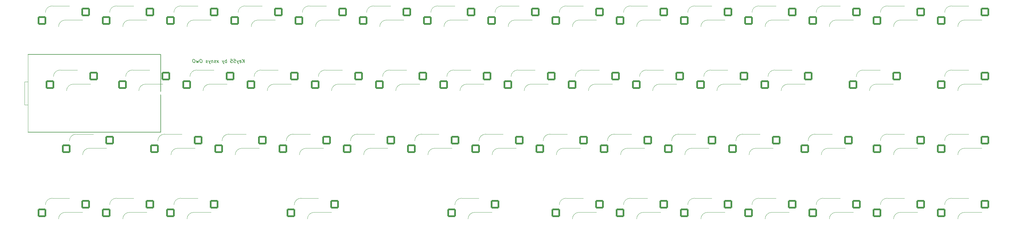
<source format=gbo>
%TF.GenerationSoftware,KiCad,Pcbnew,(6.0.10)*%
%TF.CreationDate,2023-01-15T11:01:46+05:00*%
%TF.ProjectId,key55,6b657935-352e-46b6-9963-61645f706362,rev?*%
%TF.SameCoordinates,Original*%
%TF.FileFunction,Legend,Bot*%
%TF.FilePolarity,Positive*%
%FSLAX46Y46*%
G04 Gerber Fmt 4.6, Leading zero omitted, Abs format (unit mm)*
G04 Created by KiCad (PCBNEW (6.0.10)) date 2023-01-15 11:01:46*
%MOMM*%
%LPD*%
G01*
G04 APERTURE LIST*
G04 Aperture macros list*
%AMRoundRect*
0 Rectangle with rounded corners*
0 $1 Rounding radius*
0 $2 $3 $4 $5 $6 $7 $8 $9 X,Y pos of 4 corners*
0 Add a 4 corners polygon primitive as box body*
4,1,4,$2,$3,$4,$5,$6,$7,$8,$9,$2,$3,0*
0 Add four circle primitives for the rounded corners*
1,1,$1+$1,$2,$3*
1,1,$1+$1,$4,$5*
1,1,$1+$1,$6,$7*
1,1,$1+$1,$8,$9*
0 Add four rect primitives between the rounded corners*
20,1,$1+$1,$2,$3,$4,$5,0*
20,1,$1+$1,$4,$5,$6,$7,0*
20,1,$1+$1,$6,$7,$8,$9,0*
20,1,$1+$1,$8,$9,$2,$3,0*%
G04 Aperture macros list end*
%ADD10C,0.150000*%
%ADD11C,0.120000*%
%ADD12C,1.778000*%
%ADD13R,1.778000X1.778000*%
%ADD14R,1.600000X1.600000*%
%ADD15C,1.600000*%
%ADD16C,1.750000*%
%ADD17C,4.000000*%
%ADD18C,3.050000*%
%ADD19RoundRect,0.250000X-1.025000X-1.000000X1.025000X-1.000000X1.025000X1.000000X-1.025000X1.000000X0*%
%ADD20C,3.987800*%
%ADD21C,3.048000*%
G04 APERTURE END LIST*
D10*
X75182470Y-32202380D02*
X75057470Y-31202380D01*
X74611041Y-32202380D02*
X74968184Y-31630952D01*
X74486041Y-31202380D02*
X75128898Y-31773809D01*
X73795565Y-32154761D02*
X73896755Y-32202380D01*
X74087232Y-32202380D01*
X74176517Y-32154761D01*
X74212232Y-32059523D01*
X74164613Y-31678571D01*
X74105089Y-31583333D01*
X74003898Y-31535714D01*
X73813422Y-31535714D01*
X73724136Y-31583333D01*
X73688422Y-31678571D01*
X73700327Y-31773809D01*
X74188422Y-31869047D01*
X73337232Y-31535714D02*
X73182470Y-32202380D01*
X72861041Y-31535714D02*
X73182470Y-32202380D01*
X73307470Y-32440476D01*
X73361041Y-32488095D01*
X73462232Y-32535714D01*
X71962232Y-31202380D02*
X72438422Y-31202380D01*
X72545565Y-31678571D01*
X72491994Y-31630952D01*
X72390803Y-31583333D01*
X72152708Y-31583333D01*
X72063422Y-31630952D01*
X72021755Y-31678571D01*
X71986041Y-31773809D01*
X72015803Y-32011904D01*
X72075327Y-32107142D01*
X72128898Y-32154761D01*
X72230089Y-32202380D01*
X72468184Y-32202380D01*
X72557470Y-32154761D01*
X72599136Y-32107142D01*
X71009851Y-31202380D02*
X71486041Y-31202380D01*
X71593184Y-31678571D01*
X71539613Y-31630952D01*
X71438422Y-31583333D01*
X71200327Y-31583333D01*
X71111041Y-31630952D01*
X71069375Y-31678571D01*
X71033660Y-31773809D01*
X71063422Y-32011904D01*
X71122946Y-32107142D01*
X71176517Y-32154761D01*
X71277708Y-32202380D01*
X71515803Y-32202380D01*
X71605089Y-32154761D01*
X71646755Y-32107142D01*
X69896755Y-32202380D02*
X69771755Y-31202380D01*
X69819375Y-31583333D02*
X69718184Y-31535714D01*
X69527708Y-31535714D01*
X69438422Y-31583333D01*
X69396755Y-31630952D01*
X69361041Y-31726190D01*
X69396755Y-32011904D01*
X69456279Y-32107142D01*
X69509851Y-32154761D01*
X69611041Y-32202380D01*
X69801517Y-32202380D01*
X69890803Y-32154761D01*
X69003898Y-31535714D02*
X68849136Y-32202380D01*
X68527708Y-31535714D02*
X68849136Y-32202380D01*
X68974136Y-32440476D01*
X69027708Y-32488095D01*
X69128898Y-32535714D01*
X67563422Y-32202380D02*
X66956279Y-31535714D01*
X67480089Y-31535714D02*
X67039613Y-32202380D01*
X66700327Y-32154761D02*
X66611041Y-32202380D01*
X66420565Y-32202380D01*
X66319375Y-32154761D01*
X66259851Y-32059523D01*
X66253898Y-32011904D01*
X66289613Y-31916666D01*
X66378898Y-31869047D01*
X66521755Y-31869047D01*
X66611041Y-31821428D01*
X66646755Y-31726190D01*
X66640803Y-31678571D01*
X66581279Y-31583333D01*
X66480089Y-31535714D01*
X66337232Y-31535714D01*
X66247946Y-31583333D01*
X65765803Y-31535714D02*
X65849136Y-32202380D01*
X65777708Y-31630952D02*
X65724136Y-31583333D01*
X65622946Y-31535714D01*
X65480089Y-31535714D01*
X65390803Y-31583333D01*
X65355089Y-31678571D01*
X65420565Y-32202380D01*
X64956279Y-31535714D02*
X64801517Y-32202380D01*
X64480089Y-31535714D02*
X64801517Y-32202380D01*
X64926517Y-32440476D01*
X64980089Y-32488095D01*
X65081279Y-32535714D01*
X64224136Y-32154761D02*
X64134851Y-32202380D01*
X63944375Y-32202380D01*
X63843184Y-32154761D01*
X63783660Y-32059523D01*
X63777708Y-32011904D01*
X63813422Y-31916666D01*
X63902708Y-31869047D01*
X64045565Y-31869047D01*
X64134851Y-31821428D01*
X64170565Y-31726190D01*
X64164613Y-31678571D01*
X64105089Y-31583333D01*
X64003898Y-31535714D01*
X63861041Y-31535714D01*
X63771755Y-31583333D01*
X62295565Y-31202380D02*
X62105089Y-31202380D01*
X62015803Y-31250000D01*
X61932470Y-31345238D01*
X61908660Y-31535714D01*
X61950327Y-31869047D01*
X62021755Y-32059523D01*
X62128898Y-32154761D01*
X62230089Y-32202380D01*
X62420565Y-32202380D01*
X62509851Y-32154761D01*
X62593184Y-32059523D01*
X62616994Y-31869047D01*
X62575327Y-31535714D01*
X62503898Y-31345238D01*
X62396755Y-31250000D01*
X62295565Y-31202380D01*
X61575327Y-31535714D02*
X61468184Y-32202380D01*
X61218184Y-31726190D01*
X61087232Y-32202380D01*
X60813422Y-31535714D01*
X60200327Y-31202380D02*
X60009851Y-31202380D01*
X59920565Y-31250000D01*
X59837232Y-31345238D01*
X59813422Y-31535714D01*
X59855089Y-31869047D01*
X59926517Y-32059523D01*
X60033660Y-32154761D01*
X60134851Y-32202380D01*
X60325327Y-32202380D01*
X60414613Y-32154761D01*
X60497946Y-32059523D01*
X60521755Y-31869047D01*
X60480089Y-31535714D01*
X60408660Y-31345238D01*
X60301517Y-31250000D01*
X60200327Y-31202380D01*
D11*
%TO.C,K44*%
X22025000Y-76675000D02*
X27125000Y-76675000D01*
X18125000Y-72475000D02*
X23225000Y-72475000D01*
X18125000Y-72475000D02*
G75*
G03*
X16125000Y-74475000I-1J-1999999D01*
G01*
X22025000Y-76675000D02*
G75*
G03*
X20025000Y-78675000I-1J-1999999D01*
G01*
%TO.C,K49*%
X170525000Y-72475000D02*
X175625000Y-72475000D01*
X174425000Y-76675000D02*
X179525000Y-76675000D01*
X174425000Y-76675000D02*
G75*
G03*
X172425000Y-78675000I-1J-1999999D01*
G01*
X170525000Y-72475000D02*
G75*
G03*
X168525000Y-74475000I-1J-1999999D01*
G01*
%TO.C,K1*%
X22025000Y-19525000D02*
X27125000Y-19525000D01*
X18125000Y-15325000D02*
X23225000Y-15325000D01*
X18125000Y-15325000D02*
G75*
G03*
X16125000Y-17325000I-1J-1999999D01*
G01*
X22025000Y-19525000D02*
G75*
G03*
X20025000Y-21525000I-1J-1999999D01*
G01*
%TO.C,K7*%
X132425000Y-15325000D02*
X137525000Y-15325000D01*
X136325000Y-19525000D02*
X141425000Y-19525000D01*
X136325000Y-19525000D02*
G75*
G03*
X134325000Y-21525000I-1J-1999999D01*
G01*
X132425000Y-15325000D02*
G75*
G03*
X130425000Y-17325000I-1J-1999999D01*
G01*
%TO.C,K10*%
X189575000Y-15325000D02*
X194675000Y-15325000D01*
X193475000Y-19525000D02*
X198575000Y-19525000D01*
X189575000Y-15325000D02*
G75*
G03*
X187575000Y-17325000I-1J-1999999D01*
G01*
X193475000Y-19525000D02*
G75*
G03*
X191475000Y-21525000I-1J-1999999D01*
G01*
%TO.C,K34*%
X112512500Y-57625000D02*
X117612500Y-57625000D01*
X108612500Y-53425000D02*
X113712500Y-53425000D01*
X112512500Y-57625000D02*
G75*
G03*
X110512500Y-59625000I-1J-1999999D01*
G01*
X108612500Y-53425000D02*
G75*
G03*
X106612500Y-55425000I-1J-1999999D01*
G01*
%TO.C,K11*%
X212525000Y-19525000D02*
X217625000Y-19525000D01*
X208625000Y-15325000D02*
X213725000Y-15325000D01*
X208625000Y-15325000D02*
G75*
G03*
X206625000Y-17325000I-1J-1999999D01*
G01*
X212525000Y-19525000D02*
G75*
G03*
X210525000Y-21525000I-1J-1999999D01*
G01*
%TO.C,K18*%
X60987500Y-34375000D02*
X66087500Y-34375000D01*
X64887500Y-38575000D02*
X69987500Y-38575000D01*
X60987500Y-34375000D02*
G75*
G03*
X58987500Y-36375000I-1J-1999999D01*
G01*
X64887500Y-38575000D02*
G75*
G03*
X62887500Y-40575000I-1J-1999999D01*
G01*
%TO.C,K54*%
X269675000Y-76675000D02*
X274775000Y-76675000D01*
X265775000Y-72475000D02*
X270875000Y-72475000D01*
X265775000Y-72475000D02*
G75*
G03*
X263775000Y-74475000I-1J-1999999D01*
G01*
X269675000Y-76675000D02*
G75*
G03*
X267675000Y-78675000I-1J-1999999D01*
G01*
%TO.C,K27*%
X236337500Y-38575000D02*
X241437500Y-38575000D01*
X232437500Y-34375000D02*
X237537500Y-34375000D01*
X232437500Y-34375000D02*
G75*
G03*
X230437500Y-36375000I-1J-1999999D01*
G01*
X236337500Y-38575000D02*
G75*
G03*
X234337500Y-40575000I-1J-1999999D01*
G01*
%TO.C,K22*%
X141087500Y-38575000D02*
X146187500Y-38575000D01*
X137187500Y-34375000D02*
X142287500Y-34375000D01*
X137187500Y-34375000D02*
G75*
G03*
X135187500Y-36375000I-1J-1999999D01*
G01*
X141087500Y-38575000D02*
G75*
G03*
X139087500Y-40575000I-1J-1999999D01*
G01*
%TO.C,K35*%
X127662500Y-53425000D02*
X132762500Y-53425000D01*
X131562500Y-57625000D02*
X136662500Y-57625000D01*
X127662500Y-53425000D02*
G75*
G03*
X125662500Y-55425000I-1J-1999999D01*
G01*
X131562500Y-57625000D02*
G75*
G03*
X129562500Y-59625000I-1J-1999999D01*
G01*
%TO.C,K9*%
X174425000Y-19525000D02*
X179525000Y-19525000D01*
X170525000Y-15325000D02*
X175625000Y-15325000D01*
X170525000Y-15325000D02*
G75*
G03*
X168525000Y-17325000I-1J-1999999D01*
G01*
X174425000Y-19525000D02*
G75*
G03*
X172425000Y-21525000I-1J-1999999D01*
G01*
%TO.C,K29*%
X288725000Y-38575000D02*
X293825000Y-38575000D01*
X284825000Y-34375000D02*
X289925000Y-34375000D01*
X288725000Y-38575000D02*
G75*
G03*
X286725000Y-40575000I-1J-1999999D01*
G01*
X284825000Y-34375000D02*
G75*
G03*
X282825000Y-36375000I-1J-1999999D01*
G01*
%TO.C,K39*%
X203862500Y-53425000D02*
X208962500Y-53425000D01*
X207762500Y-57625000D02*
X212862500Y-57625000D01*
X207762500Y-57625000D02*
G75*
G03*
X205762500Y-59625000I-1J-1999999D01*
G01*
X203862500Y-53425000D02*
G75*
G03*
X201862500Y-55425000I-1J-1999999D01*
G01*
%TO.C,K55*%
X288725000Y-76675000D02*
X293825000Y-76675000D01*
X284825000Y-72475000D02*
X289925000Y-72475000D01*
X288725000Y-76675000D02*
G75*
G03*
X286725000Y-78675000I-1J-1999999D01*
G01*
X284825000Y-72475000D02*
G75*
G03*
X282825000Y-74475000I-1J-1999999D01*
G01*
%TO.C,K6*%
X117275000Y-19525000D02*
X122375000Y-19525000D01*
X113375000Y-15325000D02*
X118475000Y-15325000D01*
X113375000Y-15325000D02*
G75*
G03*
X111375000Y-17325000I-1J-1999999D01*
G01*
X117275000Y-19525000D02*
G75*
G03*
X115275000Y-21525000I-1J-1999999D01*
G01*
%TO.C,K46*%
X60125000Y-76675000D02*
X65225000Y-76675000D01*
X56225000Y-72475000D02*
X61325000Y-72475000D01*
X60125000Y-76675000D02*
G75*
G03*
X58125000Y-78675000I-1J-1999999D01*
G01*
X56225000Y-72475000D02*
G75*
G03*
X54225000Y-74475000I-1J-1999999D01*
G01*
%TO.C,K50*%
X193475000Y-76675000D02*
X198575000Y-76675000D01*
X189575000Y-72475000D02*
X194675000Y-72475000D01*
X193475000Y-76675000D02*
G75*
G03*
X191475000Y-78675000I-1J-1999999D01*
G01*
X189575000Y-72475000D02*
G75*
G03*
X187575000Y-74475000I-1J-1999999D01*
G01*
%TO.C,K25*%
X194337500Y-34375000D02*
X199437500Y-34375000D01*
X198237500Y-38575000D02*
X203337500Y-38575000D01*
X198237500Y-38575000D02*
G75*
G03*
X196237500Y-40575000I-1J-1999999D01*
G01*
X194337500Y-34375000D02*
G75*
G03*
X192337500Y-36375000I-1J-1999999D01*
G01*
%TO.C,K8*%
X151475000Y-15325000D02*
X156575000Y-15325000D01*
X155375000Y-19525000D02*
X160475000Y-19525000D01*
X151475000Y-15325000D02*
G75*
G03*
X149475000Y-17325000I-1J-1999999D01*
G01*
X155375000Y-19525000D02*
G75*
G03*
X153375000Y-21525000I-1J-1999999D01*
G01*
%TO.C,K43*%
X288725000Y-57625000D02*
X293825000Y-57625000D01*
X284825000Y-53425000D02*
X289925000Y-53425000D01*
X284825000Y-53425000D02*
G75*
G03*
X282825000Y-55425000I-1J-1999999D01*
G01*
X288725000Y-57625000D02*
G75*
G03*
X286725000Y-59625000I-1J-1999999D01*
G01*
%TO.C,K16*%
X20506250Y-34375000D02*
X25606250Y-34375000D01*
X24406250Y-38575000D02*
X29506250Y-38575000D01*
X20506250Y-34375000D02*
G75*
G03*
X18506250Y-36375000I-1J-1999999D01*
G01*
X24406250Y-38575000D02*
G75*
G03*
X22406250Y-40575000I-1J-1999999D01*
G01*
%TO.C,K12*%
X231575000Y-19525000D02*
X236675000Y-19525000D01*
X227675000Y-15325000D02*
X232775000Y-15325000D01*
X231575000Y-19525000D02*
G75*
G03*
X229575000Y-21525000I-1J-1999999D01*
G01*
X227675000Y-15325000D02*
G75*
G03*
X225675000Y-17325000I-1J-1999999D01*
G01*
%TO.C,K15*%
X288725000Y-19525000D02*
X293825000Y-19525000D01*
X284825000Y-15325000D02*
X289925000Y-15325000D01*
X288725000Y-19525000D02*
G75*
G03*
X286725000Y-21525000I-1J-1999999D01*
G01*
X284825000Y-15325000D02*
G75*
G03*
X282825000Y-17325000I-1J-1999999D01*
G01*
%TO.C,K41*%
X244343750Y-53425000D02*
X249443750Y-53425000D01*
X248243750Y-57625000D02*
X253343750Y-57625000D01*
X248243750Y-57625000D02*
G75*
G03*
X246243750Y-59625000I-1J-1999999D01*
G01*
X244343750Y-53425000D02*
G75*
G03*
X242343750Y-55425000I-1J-1999999D01*
G01*
%TO.C,K52*%
X227675000Y-72475000D02*
X232775000Y-72475000D01*
X231575000Y-76675000D02*
X236675000Y-76675000D01*
X227675000Y-72475000D02*
G75*
G03*
X225675000Y-74475000I-1J-1999999D01*
G01*
X231575000Y-76675000D02*
G75*
G03*
X229575000Y-78675000I-1J-1999999D01*
G01*
%TO.C,K51*%
X208625000Y-72475000D02*
X213725000Y-72475000D01*
X212525000Y-76675000D02*
X217625000Y-76675000D01*
X212525000Y-76675000D02*
G75*
G03*
X210525000Y-78675000I-1J-1999999D01*
G01*
X208625000Y-72475000D02*
G75*
G03*
X206625000Y-74475000I-1J-1999999D01*
G01*
%TO.C,K32*%
X74412500Y-57625000D02*
X79512500Y-57625000D01*
X70512500Y-53425000D02*
X75612500Y-53425000D01*
X74412500Y-57625000D02*
G75*
G03*
X72412500Y-59625000I-1J-1999999D01*
G01*
X70512500Y-53425000D02*
G75*
G03*
X68512500Y-55425000I-1J-1999999D01*
G01*
%TO.C,K36*%
X146712500Y-53425000D02*
X151812500Y-53425000D01*
X150612500Y-57625000D02*
X155712500Y-57625000D01*
X150612500Y-57625000D02*
G75*
G03*
X148612500Y-59625000I-1J-1999999D01*
G01*
X146712500Y-53425000D02*
G75*
G03*
X144712500Y-55425000I-1J-1999999D01*
G01*
%TO.C,K28*%
X262531250Y-38575000D02*
X267631250Y-38575000D01*
X258631250Y-34375000D02*
X263731250Y-34375000D01*
X258631250Y-34375000D02*
G75*
G03*
X256631250Y-36375000I-1J-1999999D01*
G01*
X262531250Y-38575000D02*
G75*
G03*
X260531250Y-40575000I-1J-1999999D01*
G01*
%TO.C,K14*%
X269675000Y-19525000D02*
X274775000Y-19525000D01*
X265775000Y-15325000D02*
X270875000Y-15325000D01*
X269675000Y-19525000D02*
G75*
G03*
X267675000Y-21525000I-1J-1999999D01*
G01*
X265775000Y-15325000D02*
G75*
G03*
X263775000Y-17325000I-1J-1999999D01*
G01*
%TO.C,K26*%
X213387500Y-34375000D02*
X218487500Y-34375000D01*
X217287500Y-38575000D02*
X222387500Y-38575000D01*
X217287500Y-38575000D02*
G75*
G03*
X215287500Y-40575000I-1J-1999999D01*
G01*
X213387500Y-34375000D02*
G75*
G03*
X211387500Y-36375000I-1J-1999999D01*
G01*
%TO.C,K17*%
X41937500Y-34375000D02*
X47037500Y-34375000D01*
X45837500Y-38575000D02*
X50937500Y-38575000D01*
X45837500Y-38575000D02*
G75*
G03*
X43837500Y-40575000I-1J-1999999D01*
G01*
X41937500Y-34375000D02*
G75*
G03*
X39937500Y-36375000I-1J-1999999D01*
G01*
%TO.C,K13*%
X246725000Y-15325000D02*
X251825000Y-15325000D01*
X250625000Y-19525000D02*
X255725000Y-19525000D01*
X250625000Y-19525000D02*
G75*
G03*
X248625000Y-21525000I-1J-1999999D01*
G01*
X246725000Y-15325000D02*
G75*
G03*
X244725000Y-17325000I-1J-1999999D01*
G01*
%TO.C,K45*%
X41075000Y-76675000D02*
X46175000Y-76675000D01*
X37175000Y-72475000D02*
X42275000Y-72475000D01*
X37175000Y-72475000D02*
G75*
G03*
X35175000Y-74475000I-1J-1999999D01*
G01*
X41075000Y-76675000D02*
G75*
G03*
X39075000Y-78675000I-1J-1999999D01*
G01*
%TO.C,K20*%
X99087500Y-34375000D02*
X104187500Y-34375000D01*
X102987500Y-38575000D02*
X108087500Y-38575000D01*
X102987500Y-38575000D02*
G75*
G03*
X100987500Y-40575000I-1J-1999999D01*
G01*
X99087500Y-34375000D02*
G75*
G03*
X97087500Y-36375000I-1J-1999999D01*
G01*
%TO.C,K24*%
X175287500Y-34375000D02*
X180387500Y-34375000D01*
X179187500Y-38575000D02*
X184287500Y-38575000D01*
X175287500Y-34375000D02*
G75*
G03*
X173287500Y-36375000I-1J-1999999D01*
G01*
X179187500Y-38575000D02*
G75*
G03*
X177187500Y-40575000I-1J-1999999D01*
G01*
%TO.C,K48*%
X139568750Y-72475000D02*
X144668750Y-72475000D01*
X143468750Y-76675000D02*
X148568750Y-76675000D01*
X143468750Y-76675000D02*
G75*
G03*
X141468750Y-78675000I-1J-1999999D01*
G01*
X139568750Y-72475000D02*
G75*
G03*
X137568750Y-74475000I-1J-1999999D01*
G01*
%TO.C,K38*%
X184812500Y-53425000D02*
X189912500Y-53425000D01*
X188712500Y-57625000D02*
X193812500Y-57625000D01*
X184812500Y-53425000D02*
G75*
G03*
X182812500Y-55425000I-1J-1999999D01*
G01*
X188712500Y-57625000D02*
G75*
G03*
X186712500Y-59625000I-1J-1999999D01*
G01*
%TO.C,K4*%
X79175000Y-19525000D02*
X84275000Y-19525000D01*
X75275000Y-15325000D02*
X80375000Y-15325000D01*
X79175000Y-19525000D02*
G75*
G03*
X77175000Y-21525000I-1J-1999999D01*
G01*
X75275000Y-15325000D02*
G75*
G03*
X73275000Y-17325000I-1J-1999999D01*
G01*
%TO.C,K37*%
X165762500Y-53425000D02*
X170862500Y-53425000D01*
X169662500Y-57625000D02*
X174762500Y-57625000D01*
X169662500Y-57625000D02*
G75*
G03*
X167662500Y-59625000I-1J-1999999D01*
G01*
X165762500Y-53425000D02*
G75*
G03*
X163762500Y-55425000I-1J-1999999D01*
G01*
%TO.C,K2*%
X41075000Y-19525000D02*
X46175000Y-19525000D01*
X37175000Y-15325000D02*
X42275000Y-15325000D01*
X41075000Y-19525000D02*
G75*
G03*
X39075000Y-21525000I-1J-1999999D01*
G01*
X37175000Y-15325000D02*
G75*
G03*
X35175000Y-17325000I-1J-1999999D01*
G01*
%TO.C,K42*%
X265775000Y-53425000D02*
X270875000Y-53425000D01*
X269675000Y-57625000D02*
X274775000Y-57625000D01*
X265775000Y-53425000D02*
G75*
G03*
X263775000Y-55425000I-1J-1999999D01*
G01*
X269675000Y-57625000D02*
G75*
G03*
X267675000Y-59625000I-1J-1999999D01*
G01*
%TO.C,K47*%
X95843750Y-76675000D02*
X100943750Y-76675000D01*
X91943750Y-72475000D02*
X97043750Y-72475000D01*
X95843750Y-76675000D02*
G75*
G03*
X93843750Y-78675000I-1J-1999999D01*
G01*
X91943750Y-72475000D02*
G75*
G03*
X89943750Y-74475000I-1J-1999999D01*
G01*
%TO.C,K40*%
X226812500Y-57625000D02*
X231912500Y-57625000D01*
X222912500Y-53425000D02*
X228012500Y-53425000D01*
X222912500Y-53425000D02*
G75*
G03*
X220912500Y-55425000I-1J-1999999D01*
G01*
X226812500Y-57625000D02*
G75*
G03*
X224812500Y-59625000I-1J-1999999D01*
G01*
%TO.C,K23*%
X160137500Y-38575000D02*
X165237500Y-38575000D01*
X156237500Y-34375000D02*
X161337500Y-34375000D01*
X156237500Y-34375000D02*
G75*
G03*
X154237500Y-36375000I-1J-1999999D01*
G01*
X160137500Y-38575000D02*
G75*
G03*
X158137500Y-40575000I-1J-1999999D01*
G01*
%TO.C,K31*%
X55362500Y-57625000D02*
X60462500Y-57625000D01*
X51462500Y-53425000D02*
X56562500Y-53425000D01*
X51462500Y-53425000D02*
G75*
G03*
X49462500Y-55425000I-1J-1999999D01*
G01*
X55362500Y-57625000D02*
G75*
G03*
X53362500Y-59625000I-1J-1999999D01*
G01*
%TO.C,K30*%
X29168750Y-57625000D02*
X34268750Y-57625000D01*
X25268750Y-53425000D02*
X30368750Y-53425000D01*
X25268750Y-53425000D02*
G75*
G03*
X23268750Y-55425000I-1J-1999999D01*
G01*
X29168750Y-57625000D02*
G75*
G03*
X27168750Y-59625000I-1J-1999999D01*
G01*
%TO.C,K21*%
X118137500Y-34375000D02*
X123237500Y-34375000D01*
X122037500Y-38575000D02*
X127137500Y-38575000D01*
X122037500Y-38575000D02*
G75*
G03*
X120037500Y-40575000I-1J-1999999D01*
G01*
X118137500Y-34375000D02*
G75*
G03*
X116137500Y-36375000I-1J-1999999D01*
G01*
%TO.C,K19*%
X83937500Y-38575000D02*
X89037500Y-38575000D01*
X80037500Y-34375000D02*
X85137500Y-34375000D01*
X80037500Y-34375000D02*
G75*
G03*
X78037500Y-36375000I-1J-1999999D01*
G01*
X83937500Y-38575000D02*
G75*
G03*
X81937500Y-40575000I-1J-1999999D01*
G01*
%TO.C,K3*%
X56225000Y-15325000D02*
X61325000Y-15325000D01*
X60125000Y-19525000D02*
X65225000Y-19525000D01*
X56225000Y-15325000D02*
G75*
G03*
X54225000Y-17325000I-1J-1999999D01*
G01*
X60125000Y-19525000D02*
G75*
G03*
X58125000Y-21525000I-1J-1999999D01*
G01*
%TO.C,K33*%
X89562500Y-53425000D02*
X94662500Y-53425000D01*
X93462500Y-57625000D02*
X98562500Y-57625000D01*
X93462500Y-57625000D02*
G75*
G03*
X91462500Y-59625000I-1J-1999999D01*
G01*
X89562500Y-53425000D02*
G75*
G03*
X87562500Y-55425000I-1J-1999999D01*
G01*
%TO.C,K53*%
X246725000Y-72475000D02*
X251825000Y-72475000D01*
X250625000Y-76675000D02*
X255725000Y-76675000D01*
X250625000Y-76675000D02*
G75*
G03*
X248625000Y-78675000I-1J-1999999D01*
G01*
X246725000Y-72475000D02*
G75*
G03*
X244725000Y-74475000I-1J-1999999D01*
G01*
%TO.C,K5*%
X98225000Y-19525000D02*
X103325000Y-19525000D01*
X94325000Y-15325000D02*
X99425000Y-15325000D01*
X98225000Y-19525000D02*
G75*
G03*
X96225000Y-21525000I-1J-1999999D01*
G01*
X94325000Y-15325000D02*
G75*
G03*
X92325000Y-17325000I-1J-1999999D01*
G01*
%TO.C,U1*%
X9962000Y-37846000D02*
X9962000Y-44704000D01*
D10*
X50348000Y-52832000D02*
X50348000Y-29718000D01*
D11*
X9962000Y-44704000D02*
X10978000Y-44704000D01*
D10*
X10978000Y-52832000D02*
X50348000Y-52832000D01*
X10978000Y-29718000D02*
X50348000Y-29718000D01*
D11*
X10978000Y-52832000D02*
X10978000Y-29718000D01*
X9962000Y-44704000D02*
X10978000Y-44704000D01*
X10978000Y-44704000D02*
X10978000Y-44704000D01*
X10978000Y-44704000D02*
X9962000Y-44704000D01*
X9962000Y-44704000D02*
X9962000Y-44704000D01*
X9962000Y-37846000D02*
X10978000Y-37846000D01*
X10978000Y-37846000D02*
X10978000Y-37846000D01*
X10978000Y-37846000D02*
X9962000Y-37846000D01*
X9962000Y-37846000D02*
X9962000Y-37846000D01*
%TD*%
D12*
%TO.C,D39*%
X217283000Y-64135000D03*
D13*
X217283000Y-56515000D03*
%TD*%
D12*
%TO.C,D12*%
X241095500Y-26035000D03*
D13*
X241095500Y-18415000D03*
%TD*%
D12*
%TO.C,D9*%
X183945500Y-26035000D03*
D13*
X183945500Y-18415000D03*
%TD*%
D12*
%TO.C,D54*%
X279195500Y-83185000D03*
D13*
X279195500Y-75565000D03*
%TD*%
D12*
%TO.C,D52*%
X241095500Y-83185000D03*
D13*
X241095500Y-75565000D03*
%TD*%
D12*
%TO.C,D55*%
X298245500Y-83185000D03*
D13*
X298245500Y-75565000D03*
%TD*%
D12*
%TO.C,D47*%
X105364250Y-83185000D03*
D13*
X105364250Y-75565000D03*
%TD*%
D12*
%TO.C,D33*%
X102983000Y-64135000D03*
D13*
X102983000Y-56515000D03*
%TD*%
D12*
%TO.C,D48*%
X152989250Y-83185000D03*
D13*
X152989250Y-75565000D03*
%TD*%
D12*
%TO.C,D37*%
X179183000Y-64135000D03*
D13*
X179183000Y-56515000D03*
%TD*%
D12*
%TO.C,D2*%
X50595500Y-26035000D03*
D13*
X50595500Y-18415000D03*
%TD*%
D12*
%TO.C,D19*%
X93458000Y-45085000D03*
D13*
X93458000Y-37465000D03*
%TD*%
D12*
%TO.C,D1*%
X31545500Y-26035000D03*
D13*
X31545500Y-18415000D03*
%TD*%
D12*
%TO.C,D3*%
X69645500Y-26035000D03*
D13*
X69645500Y-18415000D03*
%TD*%
D12*
%TO.C,D36*%
X160133000Y-64135000D03*
D13*
X160133000Y-56515000D03*
%TD*%
D12*
%TO.C,D14*%
X279195500Y-26035000D03*
D13*
X279195500Y-18415000D03*
%TD*%
D12*
%TO.C,D13*%
X260145500Y-26035000D03*
D13*
X260145500Y-18415000D03*
%TD*%
D12*
%TO.C,D30*%
X38689250Y-64135000D03*
D13*
X38689250Y-56515000D03*
%TD*%
D12*
%TO.C,D25*%
X207758000Y-45085000D03*
D13*
X207758000Y-37465000D03*
%TD*%
D12*
%TO.C,D45*%
X50595500Y-83185000D03*
D13*
X50595500Y-75565000D03*
%TD*%
D12*
%TO.C,D21*%
X131558000Y-45085000D03*
D13*
X131558000Y-37465000D03*
%TD*%
D12*
%TO.C,D34*%
X122033000Y-64135000D03*
D13*
X122033000Y-56515000D03*
%TD*%
D12*
%TO.C,D4*%
X88695500Y-26035000D03*
D13*
X88695500Y-18415000D03*
%TD*%
D12*
%TO.C,D31*%
X64883000Y-64135000D03*
D13*
X64883000Y-56515000D03*
%TD*%
D12*
%TO.C,D5*%
X107745500Y-26035000D03*
D13*
X107745500Y-18415000D03*
%TD*%
D12*
%TO.C,D41*%
X257764250Y-64135000D03*
D13*
X257764250Y-56515000D03*
%TD*%
D12*
%TO.C,D15*%
X298245500Y-26035000D03*
D13*
X298245500Y-18415000D03*
%TD*%
D12*
%TO.C,D35*%
X141083000Y-64135000D03*
D13*
X141083000Y-56515000D03*
%TD*%
D12*
%TO.C,D38*%
X198233000Y-64135000D03*
D13*
X198233000Y-56515000D03*
%TD*%
D12*
%TO.C,D16*%
X33926750Y-45085000D03*
D13*
X33926750Y-37465000D03*
%TD*%
D12*
%TO.C,D26*%
X226808000Y-45085000D03*
D13*
X226808000Y-37465000D03*
%TD*%
D12*
%TO.C,D51*%
X222045500Y-83185000D03*
D13*
X222045500Y-75565000D03*
%TD*%
D12*
%TO.C,D53*%
X260145500Y-83185000D03*
D13*
X260145500Y-75565000D03*
%TD*%
D12*
%TO.C,D22*%
X150608000Y-45085000D03*
D13*
X150608000Y-37465000D03*
%TD*%
D12*
%TO.C,D27*%
X245858000Y-45085000D03*
D13*
X245858000Y-37465000D03*
%TD*%
D12*
%TO.C,D44*%
X31545500Y-83185000D03*
D13*
X31545500Y-75565000D03*
%TD*%
D12*
%TO.C,D42*%
X279195500Y-64135000D03*
D13*
X279195500Y-56515000D03*
%TD*%
D12*
%TO.C,D17*%
X55358000Y-45085000D03*
D13*
X55358000Y-37465000D03*
%TD*%
D12*
%TO.C,D46*%
X69645500Y-83185000D03*
D13*
X69645500Y-75565000D03*
%TD*%
D12*
%TO.C,D32*%
X83933000Y-64135000D03*
D13*
X83933000Y-56515000D03*
%TD*%
D12*
%TO.C,D23*%
X169658000Y-45085000D03*
D13*
X169658000Y-37465000D03*
%TD*%
D12*
%TO.C,D11*%
X222045500Y-26035000D03*
D13*
X222045500Y-18415000D03*
%TD*%
D12*
%TO.C,D29*%
X298245500Y-45085000D03*
D13*
X298245500Y-37465000D03*
%TD*%
D12*
%TO.C,D6*%
X126795500Y-26035000D03*
D13*
X126795500Y-18415000D03*
%TD*%
D12*
%TO.C,D8*%
X164895500Y-26035000D03*
D13*
X164895500Y-18415000D03*
%TD*%
D12*
%TO.C,D28*%
X272051750Y-45085000D03*
D13*
X272051750Y-37465000D03*
%TD*%
D12*
%TO.C,D50*%
X202995500Y-83185000D03*
D13*
X202995500Y-75565000D03*
%TD*%
D12*
%TO.C,D24*%
X188708000Y-45085000D03*
D13*
X188708000Y-37465000D03*
%TD*%
D12*
%TO.C,D43*%
X298245500Y-64135000D03*
D13*
X298245500Y-56515000D03*
%TD*%
D12*
%TO.C,D49*%
X183945500Y-83185000D03*
D13*
X183945500Y-75565000D03*
%TD*%
D12*
%TO.C,D10*%
X202995500Y-26035000D03*
D13*
X202995500Y-18415000D03*
%TD*%
D12*
%TO.C,D18*%
X74408000Y-45085000D03*
D13*
X74408000Y-37465000D03*
%TD*%
D12*
%TO.C,D20*%
X112508000Y-45085000D03*
D13*
X112508000Y-37465000D03*
%TD*%
D12*
%TO.C,D7*%
X145845500Y-26035000D03*
D13*
X145845500Y-18415000D03*
%TD*%
D12*
%TO.C,D40*%
X236333000Y-64135000D03*
D13*
X236333000Y-56515000D03*
%TD*%
D14*
%TO.C,U1*%
X21138000Y-30988000D03*
D15*
X23678000Y-30988000D03*
X26218000Y-30988000D03*
X28758000Y-30988000D03*
X31298000Y-30988000D03*
X33838000Y-30988000D03*
X36378000Y-30988000D03*
X38918000Y-30988000D03*
X41458000Y-30988000D03*
X43998000Y-30988000D03*
X46538000Y-30988000D03*
X49078000Y-30988000D03*
X49078000Y-51562000D03*
X46538000Y-51562000D03*
X43998000Y-51562000D03*
X41458000Y-51562000D03*
X38918000Y-51562000D03*
X36378000Y-51562000D03*
X33838000Y-51562000D03*
X31298000Y-51562000D03*
X28758000Y-51562000D03*
X26218000Y-51562000D03*
X23678000Y-51562000D03*
X21138000Y-51562000D03*
%TD*%
%LPC*%
D16*
%TO.C,K44*%
X27305000Y-79375000D03*
X17145000Y-79375000D03*
D17*
X22225000Y-79375000D03*
D18*
X24765000Y-74295000D03*
X18415000Y-76835000D03*
D19*
X15140000Y-76835000D03*
X28067000Y-74295000D03*
%TD*%
D12*
%TO.C,D39*%
X217283000Y-64135000D03*
D13*
X217283000Y-56515000D03*
%TD*%
D16*
%TO.C,K49*%
X169545000Y-79375000D03*
D17*
X174625000Y-79375000D03*
D18*
X170815000Y-76835000D03*
X177165000Y-74295000D03*
D16*
X179705000Y-79375000D03*
D19*
X167540000Y-76835000D03*
X180467000Y-74295000D03*
%TD*%
D18*
%TO.C,K1*%
X24765000Y-17145000D03*
D16*
X27305000Y-22225000D03*
D18*
X18415000Y-19685000D03*
D17*
X22225000Y-22225000D03*
D16*
X17145000Y-22225000D03*
D19*
X15140000Y-19685000D03*
X28067000Y-17145000D03*
%TD*%
D18*
%TO.C,K7*%
X139065000Y-17145000D03*
X132715000Y-19685000D03*
D16*
X141605000Y-22225000D03*
X131445000Y-22225000D03*
D17*
X136525000Y-22225000D03*
D19*
X129440000Y-19685000D03*
X142367000Y-17145000D03*
%TD*%
D12*
%TO.C,D12*%
X241095500Y-26035000D03*
D13*
X241095500Y-18415000D03*
%TD*%
D16*
%TO.C,K10*%
X198755000Y-22225000D03*
D18*
X189865000Y-19685000D03*
D16*
X188595000Y-22225000D03*
D18*
X196215000Y-17145000D03*
D17*
X193675000Y-22225000D03*
D19*
X186590000Y-19685000D03*
X199517000Y-17145000D03*
%TD*%
D20*
%TO.C,REF\u002A\u002A*%
X131730750Y-87600000D03*
X155606750Y-87600000D03*
D21*
X131730750Y-72390000D03*
X155606750Y-72390000D03*
%TD*%
D12*
%TO.C,D9*%
X183945500Y-26035000D03*
D13*
X183945500Y-18415000D03*
%TD*%
D12*
%TO.C,D54*%
X279195500Y-83185000D03*
D13*
X279195500Y-75565000D03*
%TD*%
D12*
%TO.C,D52*%
X241095500Y-83185000D03*
D13*
X241095500Y-75565000D03*
%TD*%
D16*
%TO.C,K34*%
X107632500Y-60325000D03*
X117792500Y-60325000D03*
D17*
X112712500Y-60325000D03*
D18*
X115252500Y-55245000D03*
X108902500Y-57785000D03*
D19*
X105627500Y-57785000D03*
X118554500Y-55245000D03*
%TD*%
D18*
%TO.C,K11*%
X215265000Y-17145000D03*
D16*
X217805000Y-22225000D03*
D17*
X212725000Y-22225000D03*
D16*
X207645000Y-22225000D03*
D18*
X208915000Y-19685000D03*
D19*
X205640000Y-19685000D03*
X218567000Y-17145000D03*
%TD*%
D12*
%TO.C,D55*%
X298245500Y-83185000D03*
D13*
X298245500Y-75565000D03*
%TD*%
D12*
%TO.C,D47*%
X105364250Y-83185000D03*
D13*
X105364250Y-75565000D03*
%TD*%
D12*
%TO.C,D33*%
X102983000Y-64135000D03*
D13*
X102983000Y-56515000D03*
%TD*%
D12*
%TO.C,D48*%
X152989250Y-83185000D03*
D13*
X152989250Y-75565000D03*
%TD*%
D16*
%TO.C,K18*%
X60007500Y-41275000D03*
X70167500Y-41275000D03*
D17*
X65087500Y-41275000D03*
D18*
X67627500Y-36195000D03*
X61277500Y-38735000D03*
D19*
X58002500Y-38735000D03*
X70929500Y-36195000D03*
%TD*%
D18*
%TO.C,K54*%
X272415000Y-74295000D03*
D17*
X269875000Y-79375000D03*
D16*
X264795000Y-79375000D03*
D18*
X266065000Y-76835000D03*
D16*
X274955000Y-79375000D03*
D19*
X262790000Y-76835000D03*
X275717000Y-74295000D03*
%TD*%
D12*
%TO.C,D37*%
X179183000Y-64135000D03*
D13*
X179183000Y-56515000D03*
%TD*%
D12*
%TO.C,D2*%
X50595500Y-26035000D03*
D13*
X50595500Y-18415000D03*
%TD*%
D12*
%TO.C,D19*%
X93458000Y-45085000D03*
D13*
X93458000Y-37465000D03*
%TD*%
D12*
%TO.C,D1*%
X31545500Y-26035000D03*
D13*
X31545500Y-18415000D03*
%TD*%
D12*
%TO.C,D3*%
X69645500Y-26035000D03*
D13*
X69645500Y-18415000D03*
%TD*%
D18*
%TO.C,K27*%
X232727500Y-38735000D03*
X239077500Y-36195000D03*
D16*
X241617500Y-41275000D03*
X231457500Y-41275000D03*
D17*
X236537500Y-41275000D03*
D19*
X229452500Y-38735000D03*
X242379500Y-36195000D03*
%TD*%
D18*
%TO.C,K22*%
X137477500Y-38735000D03*
D16*
X146367500Y-41275000D03*
X136207500Y-41275000D03*
D17*
X141287500Y-41275000D03*
D18*
X143827500Y-36195000D03*
D19*
X134202500Y-38735000D03*
X147129500Y-36195000D03*
%TD*%
D12*
%TO.C,D36*%
X160133000Y-64135000D03*
D13*
X160133000Y-56515000D03*
%TD*%
D12*
%TO.C,D14*%
X279195500Y-26035000D03*
D13*
X279195500Y-18415000D03*
%TD*%
D18*
%TO.C,K35*%
X127952500Y-57785000D03*
X134302500Y-55245000D03*
D16*
X126682500Y-60325000D03*
D17*
X131762500Y-60325000D03*
D16*
X136842500Y-60325000D03*
D19*
X124677500Y-57785000D03*
X137604500Y-55245000D03*
%TD*%
D16*
%TO.C,K9*%
X179705000Y-22225000D03*
X169545000Y-22225000D03*
D18*
X170815000Y-19685000D03*
D17*
X174625000Y-22225000D03*
D18*
X177165000Y-17145000D03*
D19*
X167540000Y-19685000D03*
X180467000Y-17145000D03*
%TD*%
D12*
%TO.C,D13*%
X260145500Y-26035000D03*
D13*
X260145500Y-18415000D03*
%TD*%
D12*
%TO.C,D30*%
X38689250Y-64135000D03*
D13*
X38689250Y-56515000D03*
%TD*%
D18*
%TO.C,K29*%
X285115000Y-38735000D03*
D16*
X283845000Y-41275000D03*
D17*
X288925000Y-41275000D03*
D16*
X294005000Y-41275000D03*
D18*
X291465000Y-36195000D03*
D19*
X281840000Y-38735000D03*
X294767000Y-36195000D03*
%TD*%
D17*
%TO.C,K39*%
X207962500Y-60325000D03*
D18*
X204152500Y-57785000D03*
D16*
X202882500Y-60325000D03*
D18*
X210502500Y-55245000D03*
D16*
X213042500Y-60325000D03*
D19*
X200877500Y-57785000D03*
X213804500Y-55245000D03*
%TD*%
D12*
%TO.C,D25*%
X207758000Y-45085000D03*
D13*
X207758000Y-37465000D03*
%TD*%
D18*
%TO.C,K55*%
X291465000Y-74295000D03*
D17*
X288925000Y-79375000D03*
D16*
X294005000Y-79375000D03*
X283845000Y-79375000D03*
D18*
X285115000Y-76835000D03*
D19*
X281840000Y-76835000D03*
X294767000Y-74295000D03*
%TD*%
D12*
%TO.C,D45*%
X50595500Y-83185000D03*
D13*
X50595500Y-75565000D03*
%TD*%
D16*
%TO.C,K6*%
X112395000Y-22225000D03*
D18*
X113665000Y-19685000D03*
X120015000Y-17145000D03*
D17*
X117475000Y-22225000D03*
D16*
X122555000Y-22225000D03*
D19*
X110390000Y-19685000D03*
X123317000Y-17145000D03*
%TD*%
D12*
%TO.C,D21*%
X131558000Y-45085000D03*
D13*
X131558000Y-37465000D03*
%TD*%
D18*
%TO.C,K46*%
X56515000Y-76835000D03*
X62865000Y-74295000D03*
D16*
X65405000Y-79375000D03*
D17*
X60325000Y-79375000D03*
D16*
X55245000Y-79375000D03*
D19*
X53240000Y-76835000D03*
X66167000Y-74295000D03*
%TD*%
D18*
%TO.C,K50*%
X189865000Y-76835000D03*
D16*
X188595000Y-79375000D03*
D17*
X193675000Y-79375000D03*
D16*
X198755000Y-79375000D03*
D18*
X196215000Y-74295000D03*
D19*
X186590000Y-76835000D03*
X199517000Y-74295000D03*
%TD*%
D12*
%TO.C,D34*%
X122033000Y-64135000D03*
D13*
X122033000Y-56515000D03*
%TD*%
D16*
%TO.C,K25*%
X203517500Y-41275000D03*
X193357500Y-41275000D03*
D18*
X200977500Y-36195000D03*
D17*
X198437500Y-41275000D03*
D18*
X194627500Y-38735000D03*
D19*
X191352500Y-38735000D03*
X204279500Y-36195000D03*
%TD*%
D12*
%TO.C,D4*%
X88695500Y-26035000D03*
D13*
X88695500Y-18415000D03*
%TD*%
D12*
%TO.C,D31*%
X64883000Y-64135000D03*
D13*
X64883000Y-56515000D03*
%TD*%
D12*
%TO.C,D5*%
X107745500Y-26035000D03*
D13*
X107745500Y-18415000D03*
%TD*%
D12*
%TO.C,D41*%
X257764250Y-64135000D03*
D13*
X257764250Y-56515000D03*
%TD*%
D12*
%TO.C,D15*%
X298245500Y-26035000D03*
D13*
X298245500Y-18415000D03*
%TD*%
D12*
%TO.C,D35*%
X141083000Y-64135000D03*
D13*
X141083000Y-56515000D03*
%TD*%
D12*
%TO.C,D38*%
X198233000Y-64135000D03*
D13*
X198233000Y-56515000D03*
%TD*%
D12*
%TO.C,D16*%
X33926750Y-45085000D03*
D13*
X33926750Y-37465000D03*
%TD*%
D17*
%TO.C,K8*%
X155575000Y-22225000D03*
D18*
X158115000Y-17145000D03*
D16*
X160655000Y-22225000D03*
D18*
X151765000Y-19685000D03*
D16*
X150495000Y-22225000D03*
D19*
X148490000Y-19685000D03*
X161417000Y-17145000D03*
%TD*%
D12*
%TO.C,D26*%
X226808000Y-45085000D03*
D13*
X226808000Y-37465000D03*
%TD*%
D18*
%TO.C,K43*%
X285115000Y-57785000D03*
D16*
X283845000Y-60325000D03*
X294005000Y-60325000D03*
D17*
X288925000Y-60325000D03*
D18*
X291465000Y-55245000D03*
D19*
X281840000Y-57785000D03*
X294767000Y-55245000D03*
%TD*%
D16*
%TO.C,K16*%
X29686250Y-41275000D03*
X19526250Y-41275000D03*
D18*
X27146250Y-36195000D03*
X20796250Y-38735000D03*
D17*
X24606250Y-41275000D03*
D19*
X17521250Y-38735000D03*
X30448250Y-36195000D03*
%TD*%
D12*
%TO.C,D51*%
X222045500Y-83185000D03*
D13*
X222045500Y-75565000D03*
%TD*%
D18*
%TO.C,K12*%
X227965000Y-19685000D03*
D17*
X231775000Y-22225000D03*
D16*
X236855000Y-22225000D03*
X226695000Y-22225000D03*
D18*
X234315000Y-17145000D03*
D19*
X224690000Y-19685000D03*
X237617000Y-17145000D03*
%TD*%
D18*
%TO.C,K15*%
X291465000Y-17145000D03*
X285115000Y-19685000D03*
D17*
X288925000Y-22225000D03*
D16*
X294005000Y-22225000D03*
X283845000Y-22225000D03*
D19*
X281840000Y-19685000D03*
X294767000Y-17145000D03*
%TD*%
D12*
%TO.C,D53*%
X260145500Y-83185000D03*
D13*
X260145500Y-75565000D03*
%TD*%
D16*
%TO.C,K41*%
X243363750Y-60325000D03*
D18*
X244633750Y-57785000D03*
D16*
X253523750Y-60325000D03*
D18*
X250983750Y-55245000D03*
D17*
X248443750Y-60325000D03*
D19*
X241358750Y-57785000D03*
X254285750Y-55245000D03*
%TD*%
D12*
%TO.C,D22*%
X150608000Y-45085000D03*
D13*
X150608000Y-37465000D03*
%TD*%
D17*
%TO.C,K52*%
X231775000Y-79375000D03*
D18*
X227965000Y-76835000D03*
D16*
X226695000Y-79375000D03*
X236855000Y-79375000D03*
D18*
X234315000Y-74295000D03*
D19*
X224690000Y-76835000D03*
X237617000Y-74295000D03*
%TD*%
D12*
%TO.C,D27*%
X245858000Y-45085000D03*
D13*
X245858000Y-37465000D03*
%TD*%
D12*
%TO.C,D44*%
X31545500Y-83185000D03*
D13*
X31545500Y-75565000D03*
%TD*%
D16*
%TO.C,K51*%
X217805000Y-79375000D03*
X207645000Y-79375000D03*
D18*
X208915000Y-76835000D03*
D17*
X212725000Y-79375000D03*
D18*
X215265000Y-74295000D03*
D19*
X205640000Y-76835000D03*
X218567000Y-74295000D03*
%TD*%
D12*
%TO.C,D42*%
X279195500Y-64135000D03*
D13*
X279195500Y-56515000D03*
%TD*%
D18*
%TO.C,K32*%
X77152500Y-55245000D03*
D17*
X74612500Y-60325000D03*
D18*
X70802500Y-57785000D03*
D16*
X69532500Y-60325000D03*
X79692500Y-60325000D03*
D19*
X67527500Y-57785000D03*
X80454500Y-55245000D03*
%TD*%
D17*
%TO.C,K36*%
X150812500Y-60325000D03*
D16*
X155892500Y-60325000D03*
X145732500Y-60325000D03*
D18*
X153352500Y-55245000D03*
X147002500Y-57785000D03*
D19*
X143727500Y-57785000D03*
X156654500Y-55245000D03*
%TD*%
D17*
%TO.C,K28*%
X262731250Y-41275000D03*
D16*
X267811250Y-41275000D03*
X257651250Y-41275000D03*
D18*
X265271250Y-36195000D03*
X258921250Y-38735000D03*
D19*
X255646250Y-38735000D03*
X268573250Y-36195000D03*
%TD*%
D12*
%TO.C,D17*%
X55358000Y-45085000D03*
D13*
X55358000Y-37465000D03*
%TD*%
D16*
%TO.C,K14*%
X264795000Y-22225000D03*
D18*
X272415000Y-17145000D03*
D16*
X274955000Y-22225000D03*
D18*
X266065000Y-19685000D03*
D17*
X269875000Y-22225000D03*
D19*
X262790000Y-19685000D03*
X275717000Y-17145000D03*
%TD*%
D12*
%TO.C,D46*%
X69645500Y-83185000D03*
D13*
X69645500Y-75565000D03*
%TD*%
D16*
%TO.C,K26*%
X212407500Y-41275000D03*
X222567500Y-41275000D03*
D18*
X213677500Y-38735000D03*
D17*
X217487500Y-41275000D03*
D18*
X220027500Y-36195000D03*
D19*
X210402500Y-38735000D03*
X223329500Y-36195000D03*
%TD*%
D17*
%TO.C,K17*%
X46037500Y-41275000D03*
D18*
X42227500Y-38735000D03*
D16*
X51117500Y-41275000D03*
X40957500Y-41275000D03*
D18*
X48577500Y-36195000D03*
D19*
X38952500Y-38735000D03*
X51879500Y-36195000D03*
%TD*%
D16*
%TO.C,K13*%
X245745000Y-22225000D03*
D18*
X253365000Y-17145000D03*
X247015000Y-19685000D03*
D16*
X255905000Y-22225000D03*
D17*
X250825000Y-22225000D03*
D19*
X243740000Y-19685000D03*
X256667000Y-17145000D03*
%TD*%
D12*
%TO.C,D32*%
X83933000Y-64135000D03*
D13*
X83933000Y-56515000D03*
%TD*%
D12*
%TO.C,D23*%
X169658000Y-45085000D03*
D13*
X169658000Y-37465000D03*
%TD*%
D16*
%TO.C,K45*%
X36195000Y-79375000D03*
D18*
X37465000Y-76835000D03*
X43815000Y-74295000D03*
D17*
X41275000Y-79375000D03*
D16*
X46355000Y-79375000D03*
D19*
X34190000Y-76835000D03*
X47117000Y-74295000D03*
%TD*%
D18*
%TO.C,K20*%
X105727500Y-36195000D03*
D16*
X98107500Y-41275000D03*
D17*
X103187500Y-41275000D03*
D16*
X108267500Y-41275000D03*
D18*
X99377500Y-38735000D03*
D19*
X96102500Y-38735000D03*
X109029500Y-36195000D03*
%TD*%
D12*
%TO.C,D11*%
X222045500Y-26035000D03*
D13*
X222045500Y-18415000D03*
%TD*%
D18*
%TO.C,K24*%
X181927500Y-36195000D03*
D17*
X179387500Y-41275000D03*
D18*
X175577500Y-38735000D03*
D16*
X184467500Y-41275000D03*
X174307500Y-41275000D03*
D19*
X172302500Y-38735000D03*
X185229500Y-36195000D03*
%TD*%
D16*
%TO.C,K48*%
X138588750Y-79375000D03*
D18*
X146208750Y-74295000D03*
D17*
X143668750Y-79375000D03*
D18*
X139858750Y-76835000D03*
D16*
X148748750Y-79375000D03*
D19*
X136583750Y-76835000D03*
X149510750Y-74295000D03*
%TD*%
D16*
%TO.C,K38*%
X183832500Y-60325000D03*
X193992500Y-60325000D03*
D18*
X185102500Y-57785000D03*
X191452500Y-55245000D03*
D17*
X188912500Y-60325000D03*
D19*
X181827500Y-57785000D03*
X194754500Y-55245000D03*
%TD*%
D12*
%TO.C,D29*%
X298245500Y-45085000D03*
D13*
X298245500Y-37465000D03*
%TD*%
D12*
%TO.C,D6*%
X126795500Y-26035000D03*
D13*
X126795500Y-18415000D03*
%TD*%
D12*
%TO.C,D8*%
X164895500Y-26035000D03*
D13*
X164895500Y-18415000D03*
%TD*%
D12*
%TO.C,D28*%
X272051750Y-45085000D03*
D13*
X272051750Y-37465000D03*
%TD*%
D17*
%TO.C,K4*%
X79375000Y-22225000D03*
D18*
X81915000Y-17145000D03*
X75565000Y-19685000D03*
D16*
X84455000Y-22225000D03*
X74295000Y-22225000D03*
D19*
X72290000Y-19685000D03*
X85217000Y-17145000D03*
%TD*%
D12*
%TO.C,D50*%
X202995500Y-83185000D03*
D13*
X202995500Y-75565000D03*
%TD*%
D17*
%TO.C,K37*%
X169862500Y-60325000D03*
D16*
X164782500Y-60325000D03*
D18*
X172402500Y-55245000D03*
D16*
X174942500Y-60325000D03*
D18*
X166052500Y-57785000D03*
D19*
X162777500Y-57785000D03*
X175704500Y-55245000D03*
%TD*%
D21*
%TO.C,REF\u002A\u002A*%
X107981750Y-72390000D03*
X84105750Y-72390000D03*
D20*
X84105750Y-87600000D03*
X107981750Y-87600000D03*
%TD*%
D16*
%TO.C,K2*%
X46355000Y-22225000D03*
D18*
X43815000Y-17145000D03*
D17*
X41275000Y-22225000D03*
D16*
X36195000Y-22225000D03*
D18*
X37465000Y-19685000D03*
D19*
X34190000Y-19685000D03*
X47117000Y-17145000D03*
%TD*%
D12*
%TO.C,D24*%
X188708000Y-45085000D03*
D13*
X188708000Y-37465000D03*
%TD*%
D18*
%TO.C,K42*%
X272415000Y-55245000D03*
D16*
X274955000Y-60325000D03*
X264795000Y-60325000D03*
D18*
X266065000Y-57785000D03*
D17*
X269875000Y-60325000D03*
D19*
X262790000Y-57785000D03*
X275717000Y-55245000D03*
%TD*%
D18*
%TO.C,K47*%
X98583750Y-74295000D03*
D17*
X96043750Y-79375000D03*
D16*
X90963750Y-79375000D03*
D18*
X92233750Y-76835000D03*
D16*
X101123750Y-79375000D03*
D19*
X88958750Y-76835000D03*
X101885750Y-74295000D03*
%TD*%
D18*
%TO.C,K40*%
X229552500Y-55245000D03*
D16*
X221932500Y-60325000D03*
D17*
X227012500Y-60325000D03*
D18*
X223202500Y-57785000D03*
D16*
X232092500Y-60325000D03*
D19*
X219927500Y-57785000D03*
X232854500Y-55245000D03*
%TD*%
D16*
%TO.C,K23*%
X165417500Y-41275000D03*
D18*
X162877500Y-36195000D03*
D16*
X155257500Y-41275000D03*
D17*
X160337500Y-41275000D03*
D18*
X156527500Y-38735000D03*
D19*
X153252500Y-38735000D03*
X166179500Y-36195000D03*
%TD*%
D16*
%TO.C,K31*%
X50482500Y-60325000D03*
D17*
X55562500Y-60325000D03*
D16*
X60642500Y-60325000D03*
D18*
X51752500Y-57785000D03*
X58102500Y-55245000D03*
D19*
X48477500Y-57785000D03*
X61404500Y-55245000D03*
%TD*%
D17*
%TO.C,K30*%
X29368750Y-60325000D03*
D16*
X34448750Y-60325000D03*
X24288750Y-60325000D03*
D18*
X31908750Y-55245000D03*
X25558750Y-57785000D03*
D19*
X22283750Y-57785000D03*
X35210750Y-55245000D03*
%TD*%
D16*
%TO.C,K21*%
X127317500Y-41275000D03*
D18*
X118427500Y-38735000D03*
D16*
X117157500Y-41275000D03*
D17*
X122237500Y-41275000D03*
D18*
X124777500Y-36195000D03*
D19*
X115152500Y-38735000D03*
X128079500Y-36195000D03*
%TD*%
D18*
%TO.C,K19*%
X80327500Y-38735000D03*
D17*
X84137500Y-41275000D03*
D18*
X86677500Y-36195000D03*
D16*
X79057500Y-41275000D03*
X89217500Y-41275000D03*
D19*
X77052500Y-38735000D03*
X89979500Y-36195000D03*
%TD*%
D12*
%TO.C,D43*%
X298245500Y-64135000D03*
D13*
X298245500Y-56515000D03*
%TD*%
D17*
%TO.C,K3*%
X60325000Y-22225000D03*
D16*
X55245000Y-22225000D03*
X65405000Y-22225000D03*
D18*
X56515000Y-19685000D03*
X62865000Y-17145000D03*
D19*
X53240000Y-19685000D03*
X66167000Y-17145000D03*
%TD*%
D18*
%TO.C,K33*%
X96202500Y-55245000D03*
D16*
X88582500Y-60325000D03*
D17*
X93662500Y-60325000D03*
D18*
X89852500Y-57785000D03*
D16*
X98742500Y-60325000D03*
D19*
X86577500Y-57785000D03*
X99504500Y-55245000D03*
%TD*%
D12*
%TO.C,D49*%
X183945500Y-83185000D03*
D13*
X183945500Y-75565000D03*
%TD*%
D17*
%TO.C,K53*%
X250825000Y-79375000D03*
D16*
X255905000Y-79375000D03*
D18*
X253365000Y-74295000D03*
D16*
X245745000Y-79375000D03*
D18*
X247015000Y-76835000D03*
D19*
X243740000Y-76835000D03*
X256667000Y-74295000D03*
%TD*%
D16*
%TO.C,K5*%
X103505000Y-22225000D03*
X93345000Y-22225000D03*
D18*
X94615000Y-19685000D03*
D17*
X98425000Y-22225000D03*
D18*
X100965000Y-17145000D03*
D19*
X91340000Y-19685000D03*
X104267000Y-17145000D03*
%TD*%
D12*
%TO.C,D10*%
X202995500Y-26035000D03*
D13*
X202995500Y-18415000D03*
%TD*%
D12*
%TO.C,D18*%
X74408000Y-45085000D03*
D13*
X74408000Y-37465000D03*
%TD*%
D12*
%TO.C,D20*%
X112508000Y-45085000D03*
D13*
X112508000Y-37465000D03*
%TD*%
D12*
%TO.C,D7*%
X145845500Y-26035000D03*
D13*
X145845500Y-18415000D03*
%TD*%
D12*
%TO.C,D40*%
X236333000Y-64135000D03*
D13*
X236333000Y-56515000D03*
%TD*%
D14*
%TO.C,U1*%
X21138000Y-30988000D03*
D15*
X23678000Y-30988000D03*
X26218000Y-30988000D03*
X28758000Y-30988000D03*
X31298000Y-30988000D03*
X33838000Y-30988000D03*
X36378000Y-30988000D03*
X38918000Y-30988000D03*
X41458000Y-30988000D03*
X43998000Y-30988000D03*
X46538000Y-30988000D03*
X49078000Y-30988000D03*
X49078000Y-51562000D03*
X46538000Y-51562000D03*
X43998000Y-51562000D03*
X41458000Y-51562000D03*
X38918000Y-51562000D03*
X36378000Y-51562000D03*
X33838000Y-51562000D03*
X31298000Y-51562000D03*
X28758000Y-51562000D03*
X26218000Y-51562000D03*
X23678000Y-51562000D03*
X21138000Y-51562000D03*
%TD*%
M02*

</source>
